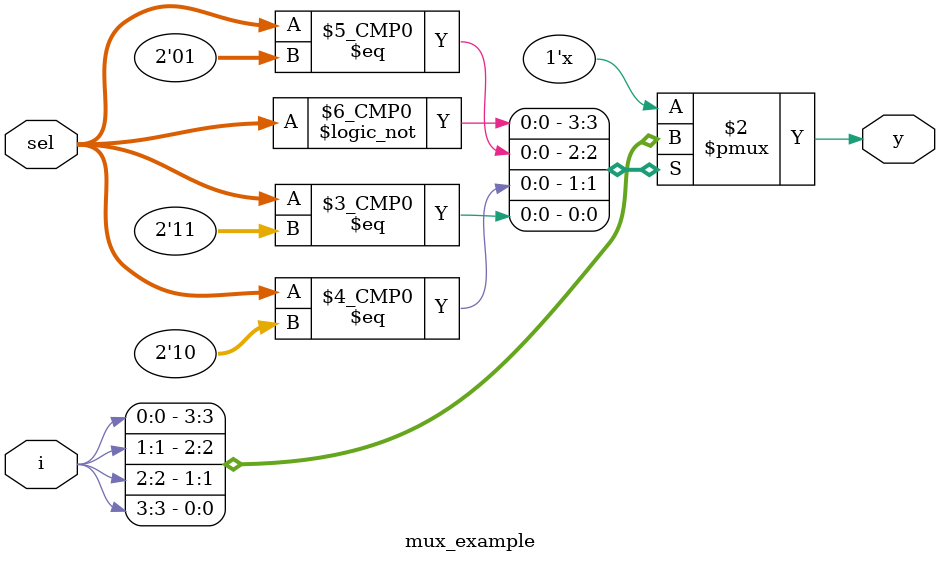
<source format=v>
module mux_example(
  input [1:0] sel,
  input  [3:0] i,
  output reg y);
    
  always @(*) begin
    case(sel)
      2'h0: y = i[0];
      2'h1: y = i[1];
      2'h2: y = i[2];
      2'h3: y = i[3];
      default: $display("Invalid sel input");
    endcase
  end
endmodule
</source>
